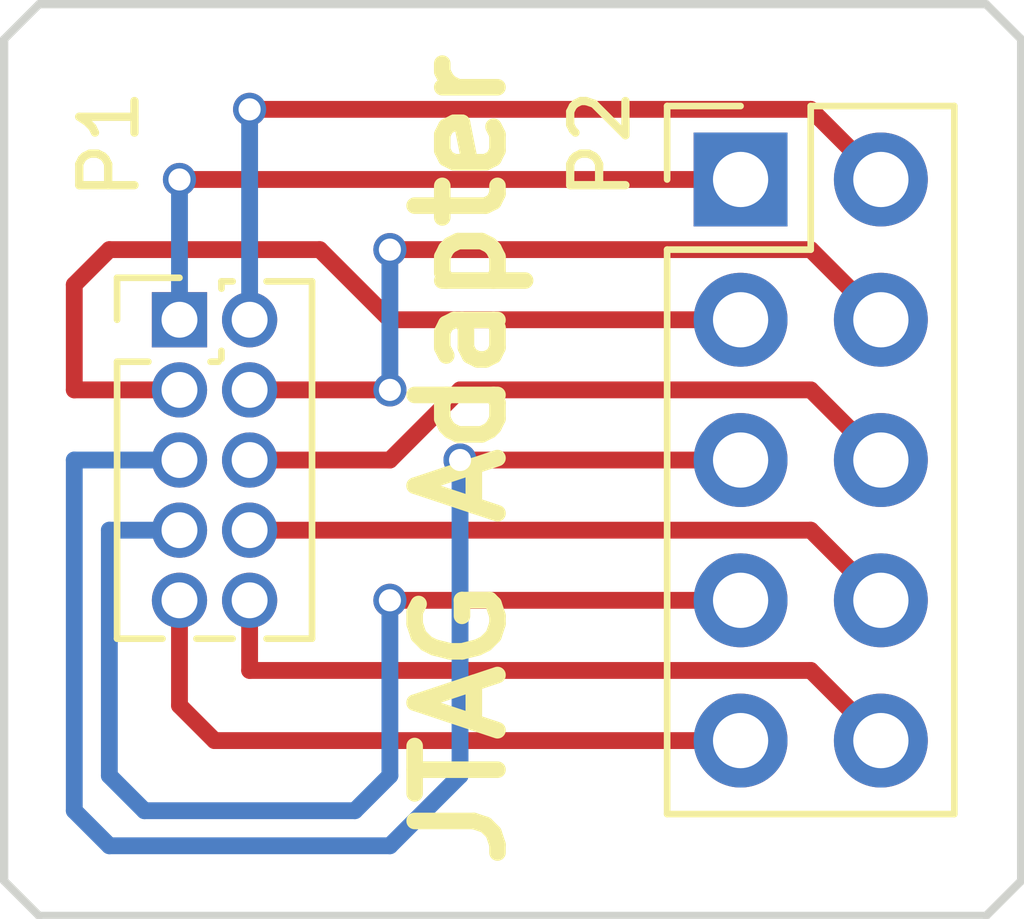
<source format=kicad_pcb>
(kicad_pcb (version 4) (host pcbnew 4.0.5)

  (general
    (links 10)
    (no_connects 0)
    (area 142.286667 99.619999 163.148334 115.8)
    (thickness 1.6)
    (drawings 9)
    (tracks 47)
    (zones 0)
    (modules 2)
    (nets 11)
  )

  (page A4)
  (layers
    (0 F.Cu signal)
    (31 B.Cu signal)
    (32 B.Adhes user)
    (33 F.Adhes user)
    (34 B.Paste user)
    (35 F.Paste user)
    (36 B.SilkS user)
    (37 F.SilkS user)
    (38 B.Mask user)
    (39 F.Mask user)
    (40 Dwgs.User user)
    (41 Cmts.User user)
    (42 Eco1.User user)
    (43 Eco2.User user)
    (44 Edge.Cuts user)
    (45 Margin user)
    (46 B.CrtYd user)
    (47 F.CrtYd user)
    (48 B.Fab user)
    (49 F.Fab user)
  )

  (setup
    (last_trace_width 0.25)
    (user_trace_width 0.3048)
    (trace_clearance 0.2)
    (zone_clearance 0.508)
    (zone_45_only no)
    (trace_min 0.2)
    (segment_width 0.2)
    (edge_width 0.15)
    (via_size 0.6)
    (via_drill 0.4)
    (via_min_size 0.4)
    (via_min_drill 0.3)
    (user_via 0.508 0.3048)
    (uvia_size 0.3)
    (uvia_drill 0.1)
    (uvias_allowed no)
    (uvia_min_size 0.2)
    (uvia_min_drill 0.1)
    (pcb_text_width 0.3)
    (pcb_text_size 1.5 1.5)
    (mod_edge_width 0.15)
    (mod_text_size 1 1)
    (mod_text_width 0.15)
    (pad_size 1.524 1.524)
    (pad_drill 0.762)
    (pad_to_mask_clearance 0.2)
    (aux_axis_origin 0 0)
    (visible_elements FFFFFF7F)
    (pcbplotparams
      (layerselection 0x00030_80000001)
      (usegerberextensions false)
      (excludeedgelayer true)
      (linewidth 0.100000)
      (plotframeref false)
      (viasonmask false)
      (mode 1)
      (useauxorigin false)
      (hpglpennumber 1)
      (hpglpenspeed 20)
      (hpglpendiameter 15)
      (hpglpenoverlay 2)
      (psnegative false)
      (psa4output false)
      (plotreference true)
      (plotvalue true)
      (plotinvisibletext false)
      (padsonsilk false)
      (subtractmaskfromsilk false)
      (outputformat 1)
      (mirror false)
      (drillshape 1)
      (scaleselection 1)
      (outputdirectory ""))
  )

  (net 0 "")
  (net 1 "Net-(P1-Pad1)")
  (net 2 "Net-(P1-Pad2)")
  (net 3 "Net-(P1-Pad3)")
  (net 4 "Net-(P1-Pad4)")
  (net 5 "Net-(P1-Pad5)")
  (net 6 "Net-(P1-Pad6)")
  (net 7 "Net-(P1-Pad7)")
  (net 8 "Net-(P1-Pad8)")
  (net 9 "Net-(P1-Pad9)")
  (net 10 "Net-(P1-Pad10)")

  (net_class Default "This is the default net class."
    (clearance 0.2)
    (trace_width 0.25)
    (via_dia 0.6)
    (via_drill 0.4)
    (uvia_dia 0.3)
    (uvia_drill 0.1)
    (add_net "Net-(P1-Pad1)")
    (add_net "Net-(P1-Pad10)")
    (add_net "Net-(P1-Pad2)")
    (add_net "Net-(P1-Pad3)")
    (add_net "Net-(P1-Pad4)")
    (add_net "Net-(P1-Pad5)")
    (add_net "Net-(P1-Pad6)")
    (add_net "Net-(P1-Pad7)")
    (add_net "Net-(P1-Pad8)")
    (add_net "Net-(P1-Pad9)")
  )

  (module Pin_Headers:Pin_Header_Straight_2x05_Pitch1.27mm (layer F.Cu) (tedit 5AF21E12) (tstamp 5AF2160E)
    (at 146.685 104.775)
    (descr "Through hole straight pin header, 2x05, 1.27mm pitch, double rows")
    (tags "Through hole pin header THT 2x05 1.27mm double row")
    (path /5AF2145E)
    (fp_text reference P1 (at -1.27 -3.175 90) (layer F.SilkS)
      (effects (font (size 1 1) (thickness 0.15)))
    )
    (fp_text value CONN_02X05 (at 0.635 6.775) (layer F.Fab) hide
      (effects (font (size 1 1) (thickness 0.15)))
    )
    (fp_line (start -0.2175 -0.635) (end 2.34 -0.635) (layer F.Fab) (width 0.1))
    (fp_line (start 2.34 -0.635) (end 2.34 5.715) (layer F.Fab) (width 0.1))
    (fp_line (start 2.34 5.715) (end -1.07 5.715) (layer F.Fab) (width 0.1))
    (fp_line (start -1.07 5.715) (end -1.07 0.2175) (layer F.Fab) (width 0.1))
    (fp_line (start -1.07 0.2175) (end -0.2175 -0.635) (layer F.Fab) (width 0.1))
    (fp_line (start -1.13 5.775) (end -0.30753 5.775) (layer F.SilkS) (width 0.12))
    (fp_line (start 1.57753 5.775) (end 2.4 5.775) (layer F.SilkS) (width 0.12))
    (fp_line (start 0.30753 5.775) (end 0.96247 5.775) (layer F.SilkS) (width 0.12))
    (fp_line (start -1.13 0.76) (end -1.13 5.775) (layer F.SilkS) (width 0.12))
    (fp_line (start 2.4 -0.695) (end 2.4 5.775) (layer F.SilkS) (width 0.12))
    (fp_line (start -1.13 0.76) (end -0.563471 0.76) (layer F.SilkS) (width 0.12))
    (fp_line (start 0.563471 0.76) (end 0.706529 0.76) (layer F.SilkS) (width 0.12))
    (fp_line (start 0.76 0.706529) (end 0.76 0.563471) (layer F.SilkS) (width 0.12))
    (fp_line (start 0.76 -0.563471) (end 0.76 -0.695) (layer F.SilkS) (width 0.12))
    (fp_line (start 0.76 -0.695) (end 0.96247 -0.695) (layer F.SilkS) (width 0.12))
    (fp_line (start 1.57753 -0.695) (end 2.4 -0.695) (layer F.SilkS) (width 0.12))
    (fp_line (start -1.13 0) (end -1.13 -0.76) (layer F.SilkS) (width 0.12))
    (fp_line (start -1.13 -0.76) (end 0 -0.76) (layer F.SilkS) (width 0.12))
    (fp_line (start -1.6 -1.15) (end -1.6 6.25) (layer F.CrtYd) (width 0.05))
    (fp_line (start -1.6 6.25) (end 2.85 6.25) (layer F.CrtYd) (width 0.05))
    (fp_line (start 2.85 6.25) (end 2.85 -1.15) (layer F.CrtYd) (width 0.05))
    (fp_line (start 2.85 -1.15) (end -1.6 -1.15) (layer F.CrtYd) (width 0.05))
    (fp_text user %R (at 0.635 2.54 90) (layer F.Fab)
      (effects (font (size 1 1) (thickness 0.15)))
    )
    (pad 1 thru_hole rect (at 0 0) (size 1 1) (drill 0.65) (layers *.Cu *.Mask)
      (net 1 "Net-(P1-Pad1)"))
    (pad 2 thru_hole oval (at 1.27 0) (size 1 1) (drill 0.65) (layers *.Cu *.Mask)
      (net 2 "Net-(P1-Pad2)"))
    (pad 3 thru_hole oval (at 0 1.27) (size 1 1) (drill 0.65) (layers *.Cu *.Mask)
      (net 3 "Net-(P1-Pad3)"))
    (pad 4 thru_hole oval (at 1.27 1.27) (size 1 1) (drill 0.65) (layers *.Cu *.Mask)
      (net 4 "Net-(P1-Pad4)"))
    (pad 5 thru_hole oval (at 0 2.54) (size 1 1) (drill 0.65) (layers *.Cu *.Mask)
      (net 5 "Net-(P1-Pad5)"))
    (pad 6 thru_hole oval (at 1.27 2.54) (size 1 1) (drill 0.65) (layers *.Cu *.Mask)
      (net 6 "Net-(P1-Pad6)"))
    (pad 7 thru_hole oval (at 0 3.81) (size 1 1) (drill 0.65) (layers *.Cu *.Mask)
      (net 7 "Net-(P1-Pad7)"))
    (pad 8 thru_hole oval (at 1.27 3.81) (size 1 1) (drill 0.65) (layers *.Cu *.Mask)
      (net 8 "Net-(P1-Pad8)"))
    (pad 9 thru_hole oval (at 0 5.08) (size 1 1) (drill 0.65) (layers *.Cu *.Mask)
      (net 9 "Net-(P1-Pad9)"))
    (pad 10 thru_hole oval (at 1.27 5.08) (size 1 1) (drill 0.65) (layers *.Cu *.Mask)
      (net 10 "Net-(P1-Pad10)"))
    (model ${KISYS3DMOD}/Pin_Headers.3dshapes/Pin_Header_Straight_2x05_Pitch1.27mm.wrl
      (at (xyz 0 0 0))
      (scale (xyz 1 1 1))
      (rotate (xyz 0 0 0))
    )
  )

  (module Pin_Headers:Pin_Header_Straight_2x05_Pitch2.54mm (layer F.Cu) (tedit 5AF21DFF) (tstamp 5AF2161C)
    (at 156.845 102.235)
    (descr "Through hole straight pin header, 2x05, 2.54mm pitch, double rows")
    (tags "Through hole pin header THT 2x05 2.54mm double row")
    (path /5AF21494)
    (fp_text reference P2 (at -2.54 -0.635 90) (layer F.SilkS)
      (effects (font (size 1 1) (thickness 0.15)))
    )
    (fp_text value CONN_02X05 (at 1.27 12.49) (layer F.Fab) hide
      (effects (font (size 1 1) (thickness 0.15)))
    )
    (fp_line (start 0 -1.27) (end 3.81 -1.27) (layer F.Fab) (width 0.1))
    (fp_line (start 3.81 -1.27) (end 3.81 11.43) (layer F.Fab) (width 0.1))
    (fp_line (start 3.81 11.43) (end -1.27 11.43) (layer F.Fab) (width 0.1))
    (fp_line (start -1.27 11.43) (end -1.27 0) (layer F.Fab) (width 0.1))
    (fp_line (start -1.27 0) (end 0 -1.27) (layer F.Fab) (width 0.1))
    (fp_line (start -1.33 11.49) (end 3.87 11.49) (layer F.SilkS) (width 0.12))
    (fp_line (start -1.33 1.27) (end -1.33 11.49) (layer F.SilkS) (width 0.12))
    (fp_line (start 3.87 -1.33) (end 3.87 11.49) (layer F.SilkS) (width 0.12))
    (fp_line (start -1.33 1.27) (end 1.27 1.27) (layer F.SilkS) (width 0.12))
    (fp_line (start 1.27 1.27) (end 1.27 -1.33) (layer F.SilkS) (width 0.12))
    (fp_line (start 1.27 -1.33) (end 3.87 -1.33) (layer F.SilkS) (width 0.12))
    (fp_line (start -1.33 0) (end -1.33 -1.33) (layer F.SilkS) (width 0.12))
    (fp_line (start -1.33 -1.33) (end 0 -1.33) (layer F.SilkS) (width 0.12))
    (fp_line (start -1.8 -1.8) (end -1.8 11.95) (layer F.CrtYd) (width 0.05))
    (fp_line (start -1.8 11.95) (end 4.35 11.95) (layer F.CrtYd) (width 0.05))
    (fp_line (start 4.35 11.95) (end 4.35 -1.8) (layer F.CrtYd) (width 0.05))
    (fp_line (start 4.35 -1.8) (end -1.8 -1.8) (layer F.CrtYd) (width 0.05))
    (fp_text user %R (at 1.27 5.08 90) (layer F.Fab)
      (effects (font (size 1 1) (thickness 0.15)))
    )
    (pad 1 thru_hole rect (at 0 0) (size 1.7 1.7) (drill 1) (layers *.Cu *.Mask)
      (net 1 "Net-(P1-Pad1)"))
    (pad 2 thru_hole oval (at 2.54 0) (size 1.7 1.7) (drill 1) (layers *.Cu *.Mask)
      (net 2 "Net-(P1-Pad2)"))
    (pad 3 thru_hole oval (at 0 2.54) (size 1.7 1.7) (drill 1) (layers *.Cu *.Mask)
      (net 3 "Net-(P1-Pad3)"))
    (pad 4 thru_hole oval (at 2.54 2.54) (size 1.7 1.7) (drill 1) (layers *.Cu *.Mask)
      (net 4 "Net-(P1-Pad4)"))
    (pad 5 thru_hole oval (at 0 5.08) (size 1.7 1.7) (drill 1) (layers *.Cu *.Mask)
      (net 5 "Net-(P1-Pad5)"))
    (pad 6 thru_hole oval (at 2.54 5.08) (size 1.7 1.7) (drill 1) (layers *.Cu *.Mask)
      (net 6 "Net-(P1-Pad6)"))
    (pad 7 thru_hole oval (at 0 7.62) (size 1.7 1.7) (drill 1) (layers *.Cu *.Mask)
      (net 7 "Net-(P1-Pad7)"))
    (pad 8 thru_hole oval (at 2.54 7.62) (size 1.7 1.7) (drill 1) (layers *.Cu *.Mask)
      (net 8 "Net-(P1-Pad8)"))
    (pad 9 thru_hole oval (at 0 10.16) (size 1.7 1.7) (drill 1) (layers *.Cu *.Mask)
      (net 9 "Net-(P1-Pad9)"))
    (pad 10 thru_hole oval (at 2.54 10.16) (size 1.7 1.7) (drill 1) (layers *.Cu *.Mask)
      (net 10 "Net-(P1-Pad10)"))
    (model ${KISYS3DMOD}/Pin_Headers.3dshapes/Pin_Header_Straight_2x05_Pitch2.54mm.wrl
      (at (xyz 0 0 0))
      (scale (xyz 1 1 1))
      (rotate (xyz 0 0 0))
    )
  )

  (gr_line (start 143.51 99.695) (end 143.51 114.935) (angle 90) (layer Edge.Cuts) (width 0.15))
  (gr_line (start 144.145 99.06) (end 143.51 99.695) (angle 90) (layer Edge.Cuts) (width 0.15))
  (gr_line (start 161.29 99.06) (end 144.145 99.06) (angle 90) (layer Edge.Cuts) (width 0.15))
  (gr_line (start 161.925 99.695) (end 161.29 99.06) (angle 90) (layer Edge.Cuts) (width 0.15))
  (gr_line (start 161.925 114.935) (end 161.925 99.695) (angle 90) (layer Edge.Cuts) (width 0.15))
  (gr_text "JTAG Adapter" (at 151.765 107.315 90) (layer F.SilkS)
    (effects (font (size 1.5 1.5) (thickness 0.3)))
  )
  (gr_line (start 161.29 115.57) (end 161.925 114.935) (angle 90) (layer Edge.Cuts) (width 0.15))
  (gr_line (start 144.145 115.57) (end 161.29 115.57) (angle 90) (layer Edge.Cuts) (width 0.15))
  (gr_line (start 143.51 114.935) (end 144.145 115.57) (angle 90) (layer Edge.Cuts) (width 0.15))

  (segment (start 156.845 102.235) (end 146.685 102.235) (width 0.3048) (layer F.Cu) (net 1))
  (segment (start 146.685 102.235) (end 146.685 104.775) (width 0.3048) (layer B.Cu) (net 1) (tstamp 5AF21698))
  (via (at 146.685 102.235) (size 0.6) (drill 0.4) (layers F.Cu B.Cu) (net 1))
  (segment (start 159.385 102.235) (end 158.115 100.965) (width 0.3048) (layer F.Cu) (net 2))
  (segment (start 147.955 100.965) (end 147.955 104.775) (width 0.3048) (layer B.Cu) (net 2) (tstamp 5AF21B2C))
  (via (at 147.955 100.965) (size 0.6) (drill 0.4) (layers F.Cu B.Cu) (net 2))
  (segment (start 158.115 100.965) (end 147.955 100.965) (width 0.3048) (layer F.Cu) (net 2) (tstamp 5AF21B22))
  (segment (start 156.845 104.775) (end 150.495 104.775) (width 0.3048) (layer F.Cu) (net 3))
  (segment (start 144.78 106.045) (end 146.685 106.045) (width 0.3048) (layer F.Cu) (net 3) (tstamp 5AF21EC5))
  (segment (start 144.78 104.14) (end 144.78 106.045) (width 0.3048) (layer F.Cu) (net 3) (tstamp 5AF21EC3))
  (segment (start 145.415 103.505) (end 144.78 104.14) (width 0.3048) (layer F.Cu) (net 3) (tstamp 5AF21EC1))
  (segment (start 149.225 103.505) (end 145.415 103.505) (width 0.3048) (layer F.Cu) (net 3) (tstamp 5AF21EBF))
  (segment (start 150.495 104.775) (end 149.225 103.505) (width 0.3048) (layer F.Cu) (net 3) (tstamp 5AF21EBD))
  (segment (start 159.385 104.775) (end 158.115 103.505) (width 0.3048) (layer F.Cu) (net 4))
  (segment (start 150.495 106.045) (end 147.955 106.045) (width 0.3048) (layer F.Cu) (net 4) (tstamp 5AF2179C))
  (via (at 150.495 106.045) (size 0.6) (drill 0.4) (layers F.Cu B.Cu) (net 4))
  (segment (start 150.495 103.505) (end 150.495 106.045) (width 0.3048) (layer B.Cu) (net 4) (tstamp 5AF21798))
  (via (at 150.495 103.505) (size 0.6) (drill 0.4) (layers F.Cu B.Cu) (net 4))
  (segment (start 158.115 103.505) (end 150.495 103.505) (width 0.3048) (layer F.Cu) (net 4) (tstamp 5AF2178C))
  (segment (start 156.845 107.315) (end 151.765 107.315) (width 0.3048) (layer F.Cu) (net 5))
  (segment (start 144.78 107.315) (end 146.685 107.315) (width 0.3048) (layer B.Cu) (net 5) (tstamp 5AF21DAE))
  (segment (start 144.78 113.665) (end 144.78 107.315) (width 0.3048) (layer B.Cu) (net 5) (tstamp 5AF21DAA))
  (segment (start 145.415 114.3) (end 144.78 113.665) (width 0.3048) (layer B.Cu) (net 5) (tstamp 5AF21DA3))
  (segment (start 150.495 114.3) (end 145.415 114.3) (width 0.3048) (layer B.Cu) (net 5) (tstamp 5AF21D9F))
  (segment (start 151.765 113.03) (end 150.495 114.3) (width 0.3048) (layer B.Cu) (net 5) (tstamp 5AF21D9D))
  (segment (start 151.765 107.315) (end 151.765 113.03) (width 0.3048) (layer B.Cu) (net 5) (tstamp 5AF21D9C))
  (via (at 151.765 107.315) (size 0.6) (drill 0.4) (layers F.Cu B.Cu) (net 5))
  (segment (start 159.385 107.315) (end 158.115 106.045) (width 0.3048) (layer F.Cu) (net 6))
  (segment (start 150.495 107.315) (end 147.955 107.315) (width 0.3048) (layer F.Cu) (net 6) (tstamp 5AF2177F))
  (segment (start 151.765 106.045) (end 150.495 107.315) (width 0.3048) (layer F.Cu) (net 6) (tstamp 5AF21778))
  (segment (start 158.115 106.045) (end 151.765 106.045) (width 0.3048) (layer F.Cu) (net 6) (tstamp 5AF21777))
  (segment (start 156.845 109.855) (end 150.495 109.855) (width 0.3048) (layer F.Cu) (net 7))
  (segment (start 145.415 108.585) (end 146.685 108.585) (width 0.3048) (layer B.Cu) (net 7) (tstamp 5AF21D84))
  (segment (start 145.415 113.03) (end 145.415 108.585) (width 0.3048) (layer B.Cu) (net 7) (tstamp 5AF21D82))
  (segment (start 146.05 113.665) (end 145.415 113.03) (width 0.3048) (layer B.Cu) (net 7) (tstamp 5AF21D80))
  (segment (start 149.86 113.665) (end 146.05 113.665) (width 0.3048) (layer B.Cu) (net 7) (tstamp 5AF21D7E))
  (segment (start 150.495 113.03) (end 149.86 113.665) (width 0.3048) (layer B.Cu) (net 7) (tstamp 5AF21D7A))
  (segment (start 150.495 109.855) (end 150.495 113.03) (width 0.3048) (layer B.Cu) (net 7) (tstamp 5AF21D79))
  (via (at 150.495 109.855) (size 0.6) (drill 0.4) (layers F.Cu B.Cu) (net 7))
  (segment (start 159.385 109.855) (end 158.115 108.585) (width 0.3048) (layer F.Cu) (net 8))
  (segment (start 158.115 108.585) (end 147.955 108.585) (width 0.3048) (layer F.Cu) (net 8) (tstamp 5AF21765))
  (segment (start 156.845 112.395) (end 147.32 112.395) (width 0.3048) (layer F.Cu) (net 9))
  (segment (start 146.685 111.76) (end 146.685 109.855) (width 0.3048) (layer F.Cu) (net 9) (tstamp 5AF21F19))
  (segment (start 147.32 112.395) (end 146.685 111.76) (width 0.3048) (layer F.Cu) (net 9) (tstamp 5AF21F16))
  (segment (start 159.385 112.395) (end 158.115 111.125) (width 0.3048) (layer F.Cu) (net 10))
  (segment (start 147.955 111.125) (end 147.955 109.855) (width 0.3048) (layer F.Cu) (net 10) (tstamp 5AF21752))
  (segment (start 158.115 111.125) (end 147.955 111.125) (width 0.3048) (layer F.Cu) (net 10) (tstamp 5AF21750))

)

</source>
